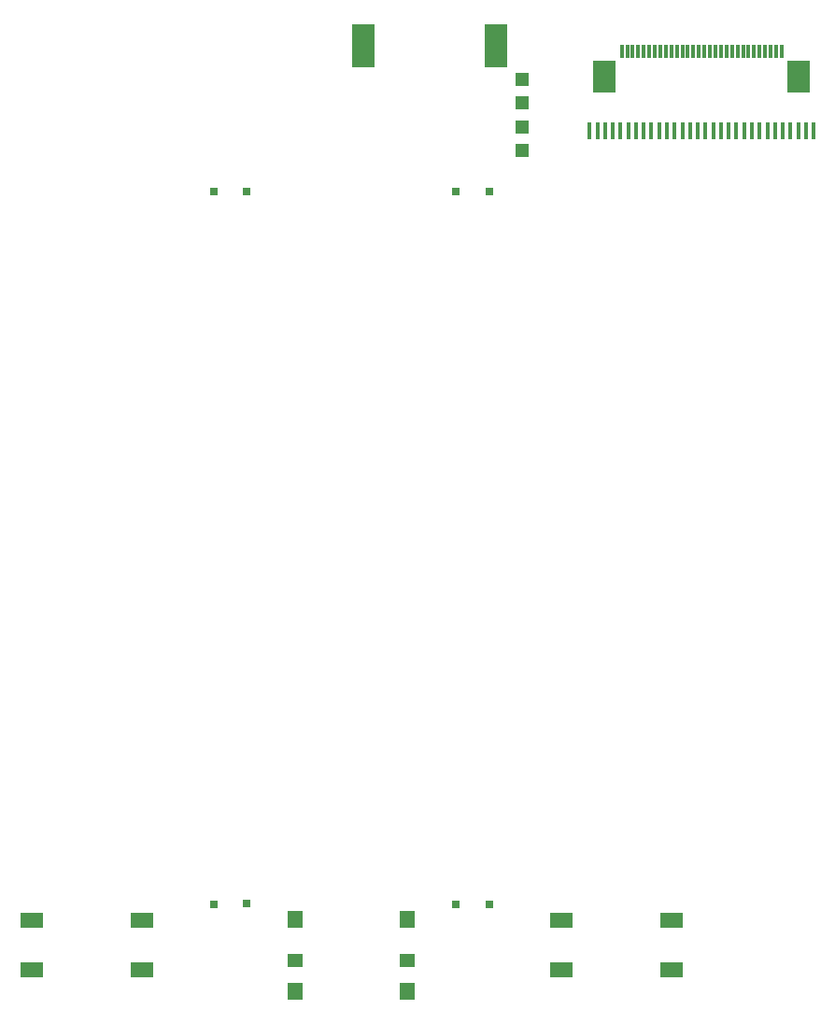
<source format=gbr>
G04 #@! TF.FileFunction,Paste,Top*
%FSLAX46Y46*%
G04 Gerber Fmt 4.6, Leading zero omitted, Abs format (unit mm)*
G04 Created by KiCad (PCBNEW 4.1.0-alpha+201607190716+6983~46~ubuntu14.04.1-product) date Tue Aug 16 21:10:14 2016*
%MOMM*%
%LPD*%
G01*
G04 APERTURE LIST*
%ADD10C,0.100000*%
%ADD11R,1.400000X1.500000*%
%ADD12R,1.400000X1.300000*%
%ADD13R,0.700000X0.800000*%
%ADD14R,1.198880X1.198880*%
%ADD15R,2.000000X4.000000*%
%ADD16R,0.350000X1.600000*%
%ADD17R,2.100000X1.400000*%
%ADD18R,0.300000X1.250000*%
%ADD19R,2.000000X3.000000*%
G04 APERTURE END LIST*
D10*
D11*
X94900000Y-133175000D03*
X105100000Y-133175000D03*
X94900000Y-139675000D03*
X105100000Y-139675000D03*
D12*
X94900000Y-136875000D03*
X105100000Y-136875000D03*
D13*
X109500000Y-131800000D03*
X112500000Y-131800000D03*
X87500000Y-131800000D03*
X90500000Y-131747000D03*
X90500000Y-67200000D03*
X87500000Y-67200000D03*
X112500000Y-67200000D03*
X109500000Y-67200000D03*
D14*
X115494000Y-61342980D03*
X115494000Y-63441020D03*
X115494000Y-57024980D03*
X115494000Y-59123020D03*
D15*
X113112000Y-54010000D03*
X101112000Y-54010000D03*
D16*
X121600000Y-61725000D03*
X122300000Y-61725000D03*
X123000000Y-61725000D03*
X123700000Y-61725000D03*
X124400000Y-61725000D03*
X125100000Y-61725000D03*
X125800000Y-61725000D03*
X126500000Y-61725000D03*
X127200000Y-61725000D03*
X127900000Y-61725000D03*
X128600000Y-61725000D03*
X129300000Y-61725000D03*
X130000000Y-61725000D03*
X130700000Y-61725000D03*
X131400000Y-61725000D03*
X141900000Y-61725000D03*
X141200000Y-61725000D03*
X140500000Y-61725000D03*
X139800000Y-61725000D03*
X139100000Y-61725000D03*
X138400000Y-61725000D03*
X137700000Y-61725000D03*
X137000000Y-61725000D03*
X136300000Y-61725000D03*
X135600000Y-61725000D03*
X134900000Y-61725000D03*
X134200000Y-61725000D03*
X133500000Y-61725000D03*
X132800000Y-61725000D03*
X132100000Y-61725000D03*
D17*
X71000000Y-137750000D03*
X71000000Y-133250000D03*
X81000000Y-137750000D03*
X81000000Y-133250000D03*
X119000000Y-137750000D03*
X119000000Y-133250000D03*
X129000000Y-137750000D03*
X129000000Y-133250000D03*
D18*
X139000000Y-54500000D03*
X137000000Y-54500000D03*
X137500000Y-54500000D03*
X138500000Y-54500000D03*
X138000000Y-54500000D03*
X136000000Y-54500000D03*
X136500000Y-54500000D03*
X135500000Y-54500000D03*
X135000000Y-54500000D03*
X132000000Y-54500000D03*
X132500000Y-54500000D03*
X133500000Y-54500000D03*
X133000000Y-54500000D03*
X134500000Y-54500000D03*
X134000000Y-54500000D03*
X126500000Y-54500000D03*
X127000000Y-54500000D03*
X125500000Y-54500000D03*
X126000000Y-54500000D03*
X125000000Y-54500000D03*
X124500000Y-54500000D03*
X127500000Y-54500000D03*
X128000000Y-54500000D03*
X129000000Y-54500000D03*
X128500000Y-54500000D03*
X130500000Y-54500000D03*
X131000000Y-54500000D03*
X130000000Y-54500000D03*
X129500000Y-54500000D03*
D19*
X122960000Y-56825000D03*
X140540000Y-56825000D03*
D18*
X131500000Y-54500000D03*
M02*

</source>
